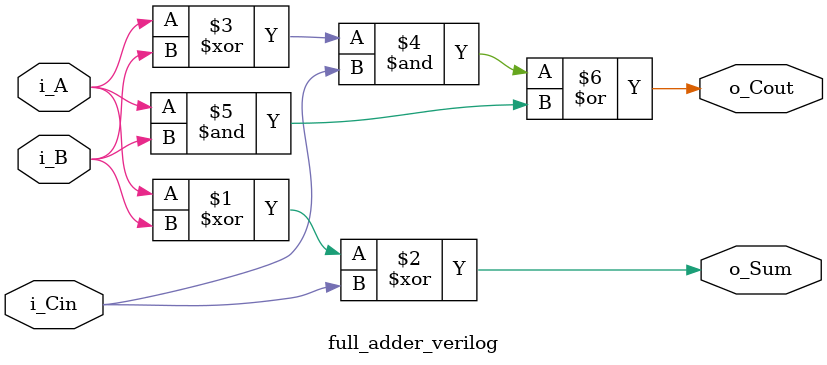
<source format=v>
module full_adder_verilog(
    input i_A,  //input
    input i_B,
    input i_Cin,
    
    output o_Sum,   //output
    output o_Cout);
    
    assign o_Sum = i_A ^ i_B ^ i_Cin;                       //sum = A xor B xor Cin
    assign o_Cout = ((i_A ^ i_B) & i_Cin) | (i_A & i_B);    //Cout = ((A xor B) and Cin) or (A and B)
endmodule

</source>
